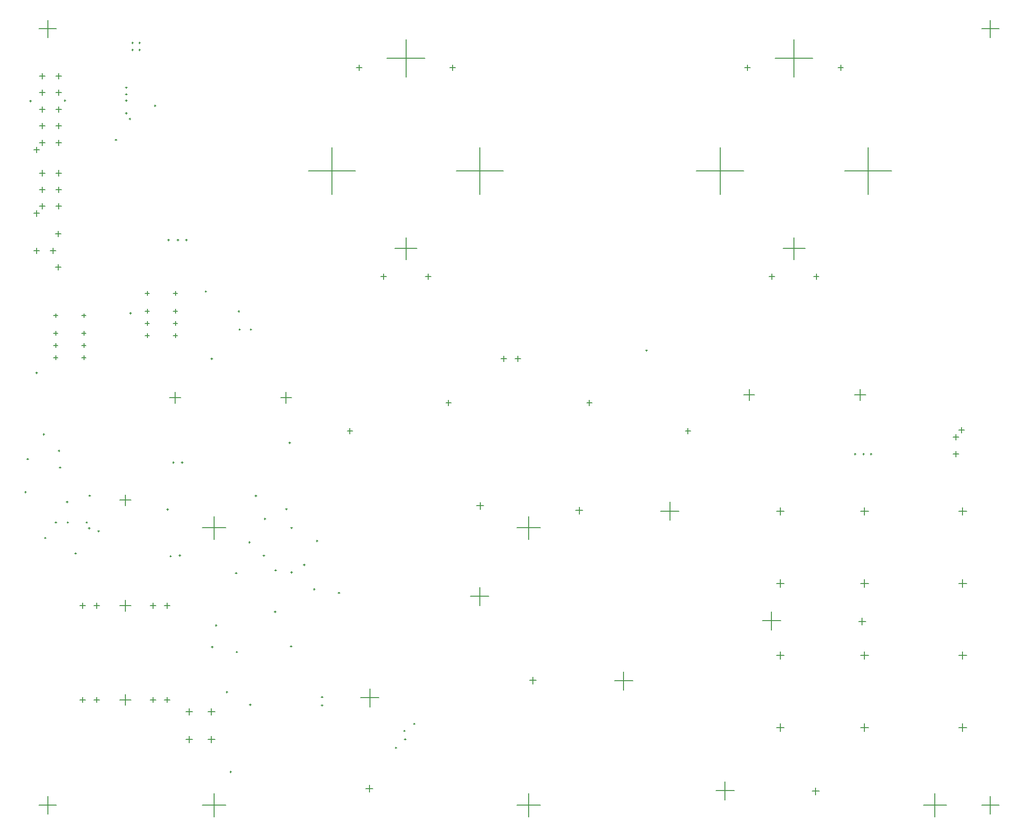
<source format=gbr>
%TF.GenerationSoftware,Altium Limited,Altium Designer,24.2.2 (26)*%
G04 Layer_Color=128*
%FSLAX45Y45*%
%MOMM*%
%TF.SameCoordinates,E62911D3-7CC7-41A5-B2DD-A777233C8753*%
%TF.FilePolarity,Positive*%
%TF.FileFunction,Drillmap*%
%TF.Part,Single*%
G01*
G75*
%TA.AperFunction,NonConductor*%
%ADD105C,0.12700*%
D105*
X11556500Y5803300D02*
X11886500D01*
X11721500Y5638300D02*
Y5968300D01*
X13386501Y3823300D02*
X13716499D01*
X13551500Y3658300D02*
Y3988300D01*
X10024000Y5813300D02*
X10149000D01*
X10086500Y5750800D02*
Y5875800D01*
X15124001Y3813300D02*
X15249001D01*
X15186501Y3750800D02*
Y3875800D01*
X17339999Y14500000D02*
X17660001D01*
X17500000Y14339999D02*
Y14660001D01*
X3290000Y500000D02*
X3710000D01*
X3500000Y290000D02*
Y710000D01*
X8965000Y5500000D02*
X9385000D01*
X9175000Y5290000D02*
Y5710000D01*
X8965000Y500000D02*
X9385000D01*
X9175000Y290000D02*
Y710000D01*
X3290000Y5500000D02*
X3710000D01*
X3500000Y5290000D02*
Y5710000D01*
X16289999Y500000D02*
X16710001D01*
X16500000Y290000D02*
Y710000D01*
X16930000Y5800000D02*
X17070000D01*
X17000000Y5730000D02*
Y5870000D01*
X15160001Y5800000D02*
X15300000D01*
X15230000Y5730000D02*
Y5870000D01*
X13639999Y5800000D02*
X13780000D01*
X13710001Y5730000D02*
Y5870000D01*
X12550000Y760000D02*
X12880000D01*
X12715000Y595000D02*
Y925000D01*
X10720000Y2740000D02*
X11050000D01*
X10885000Y2575000D02*
Y2905000D01*
X14287500Y750000D02*
X14412500D01*
X14350000Y687500D02*
Y812500D01*
X9187500Y2750000D02*
X9312500D01*
X9250000Y2687500D02*
Y2812500D01*
X6760000Y10540000D02*
X7160000D01*
X6960000Y10340000D02*
Y10740000D01*
X7750000Y13800000D02*
X7850000D01*
X7800000Y13750000D02*
Y13850000D01*
X6070000Y13800000D02*
X6170000D01*
X6120000Y13750000D02*
Y13850000D01*
X6620000Y13972000D02*
X7300000D01*
X6960000Y13632001D02*
Y14312000D01*
X7870000Y11940000D02*
X8720000D01*
X8295000Y11515000D02*
Y12365000D01*
X7310000Y10030000D02*
X7410000D01*
X7360000Y9980000D02*
Y10080000D01*
X6510000Y10030000D02*
X6610000D01*
X6560000Y9980000D02*
Y10080000D01*
X5200000Y11940000D02*
X6050000D01*
X5625000Y11515000D02*
Y12365000D01*
X12200000Y11940000D02*
X13050000D01*
X12625000Y11515000D02*
Y12365000D01*
X13510001Y10030000D02*
X13610001D01*
X13560001Y9980000D02*
Y10080000D01*
X14310001Y10030000D02*
X14410001D01*
X14360001Y9980000D02*
Y10080000D01*
X14870000Y11940000D02*
X15720000D01*
X15295000Y11515000D02*
Y12365000D01*
X13620000Y13972000D02*
X14300000D01*
X13960001Y13632001D02*
Y14312000D01*
X13070000Y13800000D02*
X13170000D01*
X13120000Y13750000D02*
Y13850000D01*
X14750000Y13800000D02*
X14850000D01*
X14800000Y13750000D02*
Y13850000D01*
X13760001Y10540000D02*
X14160001D01*
X13960001Y10340000D02*
Y10740000D01*
X643000Y10799999D02*
X745000D01*
X694000Y10748999D02*
Y10850999D01*
X643000Y10200000D02*
X745000D01*
X694000Y10149000D02*
Y10251000D01*
X549000Y10500000D02*
X651000D01*
X600000Y10449000D02*
Y10551000D01*
X249000Y10500000D02*
X351000D01*
X300000Y10449000D02*
Y10551000D01*
X1800000Y2400000D02*
X2000000D01*
X1900000Y2300000D02*
Y2500000D01*
X1800000Y4100000D02*
X2000000D01*
X1900000Y4000000D02*
Y4200000D01*
X1800000Y6000000D02*
X2000000D01*
X1900000Y5900000D02*
Y6100000D01*
X2700000Y7850000D02*
X2900000D01*
X2800000Y7750000D02*
Y7950000D01*
X4700000Y7850000D02*
X4900000D01*
X4800000Y7750000D02*
Y7950000D01*
X13050000Y7900000D02*
X13250000D01*
X13150000Y7800000D02*
Y8000000D01*
X15050000Y7900000D02*
X15250000D01*
X15150000Y7800000D02*
Y8000000D01*
X2994400Y2184400D02*
X3114400D01*
X3054400Y2124400D02*
Y2244400D01*
X3394400Y2184400D02*
X3514400D01*
X3454400Y2124400D02*
Y2244400D01*
X2994400Y1684400D02*
X3114400D01*
X3054400Y1624400D02*
Y1744400D01*
X3394400Y1684400D02*
X3514400D01*
X3454400Y1624400D02*
Y1744400D01*
X8672000Y8550000D02*
X8774000D01*
X8723000Y8499000D02*
Y8601000D01*
X8926000Y8550000D02*
X9028000D01*
X8977000Y8499000D02*
Y8601000D01*
X16930000Y1900000D02*
X17070000D01*
X17000000Y1830000D02*
Y1970000D01*
X15160001Y1900000D02*
X15300000D01*
X15230000Y1830000D02*
Y1970000D01*
X13639999Y1900000D02*
X13780000D01*
X13710001Y1830000D02*
Y1970000D01*
X13639999Y3200000D02*
X13780000D01*
X13710001Y3130000D02*
Y3270000D01*
X15160001Y3200000D02*
X15300000D01*
X15230000Y3130000D02*
Y3270000D01*
X16930000Y3200000D02*
X17070000D01*
X17000000Y3130000D02*
Y3270000D01*
X16930000Y4500000D02*
X17070000D01*
X17000000Y4430000D02*
Y4570000D01*
X15160001Y4500000D02*
X15300000D01*
X15230000Y4430000D02*
Y4570000D01*
X13639999Y4500000D02*
X13780000D01*
X13710001Y4430000D02*
Y4570000D01*
X2604000Y2400000D02*
X2704000D01*
X2654000Y2350000D02*
Y2450000D01*
X2350000Y2400000D02*
X2450000D01*
X2400000Y2350000D02*
Y2450000D01*
X1334000Y2400000D02*
X1434000D01*
X1384000Y2350000D02*
Y2450000D01*
X1080000Y2400000D02*
X1180000D01*
X1130000Y2350000D02*
Y2450000D01*
X2604000Y4100000D02*
X2704000D01*
X2654000Y4050000D02*
Y4150000D01*
X2350000Y4100000D02*
X2450000D01*
X2400000Y4050000D02*
Y4150000D01*
X1334000Y4100000D02*
X1434000D01*
X1384000Y4050000D02*
Y4150000D01*
X1080000Y4100000D02*
X1180000D01*
X1130000Y4050000D02*
Y4150000D01*
X5902000Y7250000D02*
X6002000D01*
X5952000Y7200000D02*
Y7300000D01*
X7680000Y7758000D02*
X7780000D01*
X7730000Y7708000D02*
Y7808000D01*
X10220000Y7758000D02*
X10320000D01*
X10270000Y7708000D02*
Y7808000D01*
X11998000Y7250000D02*
X12098000D01*
X12048000Y7200000D02*
Y7300000D01*
X2258500Y9730000D02*
X2333500D01*
X2296000Y9692500D02*
Y9767500D01*
X2766500Y9730000D02*
X2841500D01*
X2804000Y9692500D02*
Y9767500D01*
X2258500Y9410000D02*
X2333500D01*
X2296000Y9372500D02*
Y9447500D01*
X2258500Y9190000D02*
X2333500D01*
X2296000Y9152500D02*
Y9227500D01*
X2258500Y8970000D02*
X2333500D01*
X2296000Y8932500D02*
Y9007500D01*
X2766500Y8970000D02*
X2841500D01*
X2804000Y8932500D02*
Y9007500D01*
X2766500Y9190000D02*
X2841500D01*
X2804000Y9152500D02*
Y9227500D01*
X2766500Y9410000D02*
X2841500D01*
X2804000Y9372500D02*
Y9447500D01*
X6237500Y800000D02*
X6362500D01*
X6300000Y737500D02*
Y862500D01*
X8237500Y5900000D02*
X8362500D01*
X8300000Y5837500D02*
Y5962500D01*
X6145000Y2435000D02*
X6475000D01*
X6310000Y2270000D02*
Y2600000D01*
X8125000Y4265000D02*
X8455000D01*
X8290000Y4100000D02*
Y4430000D01*
X16830000Y6835000D02*
X16932001D01*
X16881000Y6784000D02*
Y6886000D01*
X16830000Y7135000D02*
X16932001D01*
X16881000Y7084000D02*
Y7186000D01*
X16928000Y7263000D02*
X17030000D01*
X16978999Y7212000D02*
Y7314000D01*
X251000Y11172000D02*
X353000D01*
X302000Y11121000D02*
Y11223000D01*
X349000Y11300000D02*
X451000D01*
X400000Y11249000D02*
Y11351000D01*
X349000Y11600000D02*
X451000D01*
X400000Y11549000D02*
Y11651000D01*
X349000Y11900000D02*
X451000D01*
X400000Y11849000D02*
Y11951000D01*
X649000Y11300000D02*
X751000D01*
X700000Y11249000D02*
Y11351000D01*
X649000Y11600000D02*
X751000D01*
X700000Y11549000D02*
Y11651000D01*
X649000Y11900000D02*
X751000D01*
X700000Y11849000D02*
Y11951000D01*
X340000Y14500000D02*
X660000D01*
X500000Y14339999D02*
Y14660001D01*
X1116500Y9010000D02*
X1191500D01*
X1154000Y8972500D02*
Y9047500D01*
X1116500Y8790000D02*
X1191500D01*
X1154000Y8752500D02*
Y8827500D01*
X1116500Y8570000D02*
X1191500D01*
X1154000Y8532500D02*
Y8607500D01*
X608500Y8570000D02*
X683500D01*
X646000Y8532500D02*
Y8607500D01*
X608500Y8790000D02*
X683500D01*
X646000Y8752500D02*
Y8827500D01*
X608500Y9010000D02*
X683500D01*
X646000Y8972500D02*
Y9047500D01*
X1116500Y9330000D02*
X1191500D01*
X1154000Y9292500D02*
Y9367500D01*
X608500Y9330000D02*
X683500D01*
X646000Y9292500D02*
Y9367500D01*
X349000Y12450000D02*
X451000D01*
X400000Y12399000D02*
Y12501000D01*
X349000Y12750000D02*
X451000D01*
X400000Y12699000D02*
Y12800999D01*
X349000Y13050000D02*
X451000D01*
X400000Y12999001D02*
Y13100999D01*
X349000Y13350000D02*
X451000D01*
X400000Y13299001D02*
Y13400999D01*
X349000Y13650000D02*
X451000D01*
X400000Y13599001D02*
Y13700999D01*
X649000Y12450000D02*
X751000D01*
X700000Y12399000D02*
Y12501000D01*
X649000Y12750000D02*
X751000D01*
X700000Y12699000D02*
Y12800999D01*
X649000Y13050000D02*
X751000D01*
X700000Y12999001D02*
Y13100999D01*
X649000Y13350000D02*
X751000D01*
X700000Y13299001D02*
Y13400999D01*
X649000Y13650000D02*
X751000D01*
X700000Y13599001D02*
Y13700999D01*
X251000Y12322000D02*
X353000D01*
X302000Y12271000D02*
Y12373000D01*
X340000Y500000D02*
X660000D01*
X500000Y340000D02*
Y660000D01*
X17339999Y500000D02*
X17660001D01*
X17500000Y340000D02*
Y660000D01*
X441960Y5321300D02*
X472440D01*
X457200Y5306060D02*
Y5336540D01*
X7096760Y1968500D02*
X7127240D01*
X7112000Y1953260D02*
Y1983740D01*
X6931660Y1689100D02*
X6962140D01*
X6946900Y1673860D02*
Y1704340D01*
X6766560Y1536700D02*
X6797040D01*
X6781800Y1521460D02*
Y1551940D01*
X4848860Y7035800D02*
X4879340D01*
X4864100Y7020560D02*
Y7051040D01*
X2016760Y14122400D02*
X2047240D01*
X2032000Y14107159D02*
Y14137640D01*
X2143760Y14122400D02*
X2174240D01*
X2159000Y14107159D02*
Y14137640D01*
X4404360Y5664200D02*
X4434840D01*
X4419600Y5648960D02*
Y5679440D01*
X3445698Y8549300D02*
X3476178D01*
X3460938Y8534060D02*
Y8564540D01*
X2912436Y6680200D02*
X2942916D01*
X2927676Y6664960D02*
Y6695440D01*
X797560Y13208000D02*
X828040D01*
X812800Y13192760D02*
Y13223241D01*
X1404760Y5440899D02*
X1435240D01*
X1420000Y5425659D02*
Y5456139D01*
X4789760Y5838550D02*
X4820240D01*
X4805000Y5823310D02*
Y5853790D01*
X15333694Y6835000D02*
X15364175D01*
X15348935Y6819760D02*
Y6850240D01*
X15046960Y6832600D02*
X15077440D01*
X15062199Y6817360D02*
Y6847840D01*
X15199361Y6832600D02*
X15229840D01*
X15214600Y6817360D02*
Y6847840D01*
X2753360Y6680200D02*
X2783840D01*
X2768600Y6664960D02*
Y6695440D01*
X4239260Y6076950D02*
X4269740D01*
X4254500Y6061710D02*
Y6092190D01*
X4884760Y5500000D02*
X4915240D01*
X4900000Y5484760D02*
Y5515240D01*
X5344160Y5264150D02*
X5374640D01*
X5359400Y5248910D02*
Y5279390D01*
X4124960Y5238750D02*
X4155440D01*
X4140200Y5223510D02*
Y5253990D01*
X6918960Y1841500D02*
X6949440D01*
X6934200Y1826260D02*
Y1856740D01*
X2702560Y4991100D02*
X2733040D01*
X2717800Y4975860D02*
Y5006340D01*
X2648160Y5832900D02*
X2678640D01*
X2663400Y5817660D02*
Y5848140D01*
X3883660Y4686300D02*
X3914140D01*
X3898900Y4671060D02*
Y4701540D01*
X5293360Y4394200D02*
X5323840D01*
X5308600Y4378960D02*
Y4409440D01*
X5112060Y4832649D02*
X5142540D01*
X5127300Y4817409D02*
Y4847889D01*
X4585292Y3987800D02*
X4615772D01*
X4600532Y3972560D02*
Y4003040D01*
X4384760Y5000000D02*
X4415240D01*
X4400000Y4984760D02*
Y5015240D01*
X4884760Y4700000D02*
X4915240D01*
X4900000Y4684760D02*
Y4715240D01*
X2867660Y5003800D02*
X2898140D01*
X2882900Y4988560D02*
Y5019040D01*
X4594860Y4737100D02*
X4625340D01*
X4610100Y4721860D02*
Y4752340D01*
X3523414Y3741264D02*
X3553894D01*
X3538654Y3726024D02*
Y3756504D01*
X3451860Y3352800D02*
X3482340D01*
X3467100Y3337560D02*
Y3368040D01*
X3896360Y3263900D02*
X3926840D01*
X3911600Y3248660D02*
Y3279140D01*
X5737860Y4330700D02*
X5768340D01*
X5753100Y4315460D02*
Y4345940D01*
X4874260Y3365500D02*
X4904740D01*
X4889500Y3350260D02*
Y3380740D01*
X4137660Y2311400D02*
X4168140D01*
X4152900Y2296160D02*
Y2326640D01*
X3718560Y2540000D02*
X3749040D01*
X3733800Y2524760D02*
Y2555240D01*
X5434760Y2450000D02*
X5465240D01*
X5450000Y2434760D02*
Y2465240D01*
X5434760Y2300000D02*
X5465240D01*
X5450000Y2284760D02*
Y2315240D01*
X3784760Y1100000D02*
X3815240D01*
X3800000Y1084760D02*
Y1115240D01*
X2986161Y10693400D02*
X3016641D01*
X3001401Y10678160D02*
Y10708640D01*
X2835910Y10693400D02*
X2866390D01*
X2851150Y10678160D02*
Y10708640D01*
X2664460Y10693400D02*
X2694940D01*
X2679700Y10678160D02*
Y10708640D01*
X3931920Y9404387D02*
X3962400D01*
X3947160Y9389147D02*
Y9419627D01*
X4150360Y9080500D02*
X4180840D01*
X4165600Y9065260D02*
Y9095740D01*
X3947160Y9080500D02*
X3977640D01*
X3962400Y9065260D02*
Y9095740D01*
X3337560Y9766300D02*
X3368040D01*
X3352800Y9751060D02*
Y9781540D01*
X284760Y8295534D02*
X315240D01*
X300000Y8280294D02*
Y8310774D01*
X11284760Y8700000D02*
X11315240D01*
X11300000Y8684760D02*
Y8715240D01*
X1715775Y12500000D02*
X1746255D01*
X1731015Y12484760D02*
Y12515240D01*
X1966120Y12877640D02*
X1996600D01*
X1981360Y12862399D02*
Y12892880D01*
X1902460Y12977522D02*
X1932940D01*
X1917700Y12962282D02*
Y12992763D01*
X173894Y13199448D02*
X204374D01*
X189134Y13184207D02*
Y13214687D01*
X1978660Y9372600D02*
X2009140D01*
X1993900Y9357360D02*
Y9387840D01*
X86360Y6146800D02*
X116840D01*
X101600Y6131560D02*
Y6162040D01*
X1235847Y5493548D02*
X1266327D01*
X1251087Y5478308D02*
Y5508788D01*
X124460Y6743700D02*
X154940D01*
X139700Y6728460D02*
Y6758940D01*
X708660Y6591300D02*
X739140D01*
X723900Y6576060D02*
Y6606540D01*
X632460Y5600700D02*
X662940D01*
X647700Y5585460D02*
Y5615940D01*
X848360Y5600700D02*
X878840D01*
X863600Y5585460D02*
Y5615940D01*
X1242060Y6083300D02*
X1272540D01*
X1257300Y6068060D02*
Y6098540D01*
X834910Y5969750D02*
X865390D01*
X850150Y5954510D02*
Y5984990D01*
X988060Y5041900D02*
X1018540D01*
X1003300Y5026660D02*
Y5057140D01*
X1187184Y5599624D02*
X1217664D01*
X1202424Y5584384D02*
Y5614864D01*
X1902460Y13442290D02*
X1932940D01*
X1917700Y13427049D02*
Y13457530D01*
X1902460Y13321950D02*
X1932940D01*
X1917700Y13306709D02*
Y13337190D01*
X1902460Y13208000D02*
X1932940D01*
X1917700Y13192760D02*
Y13223241D01*
X2421952Y13115393D02*
X2452432D01*
X2437192Y13100153D02*
Y13130634D01*
X2143760Y14249400D02*
X2174240D01*
X2159000Y14234160D02*
Y14264639D01*
X2016760Y14249400D02*
X2047240D01*
X2032000Y14234160D02*
Y14264639D01*
X688521Y6892561D02*
X719001D01*
X703761Y6877321D02*
Y6907801D01*
X415360Y7187000D02*
X445840D01*
X430600Y7171760D02*
Y7202240D01*
%TF.MD5,05ec3bbb551c68026dd8c14a45bbe655*%
M02*

</source>
